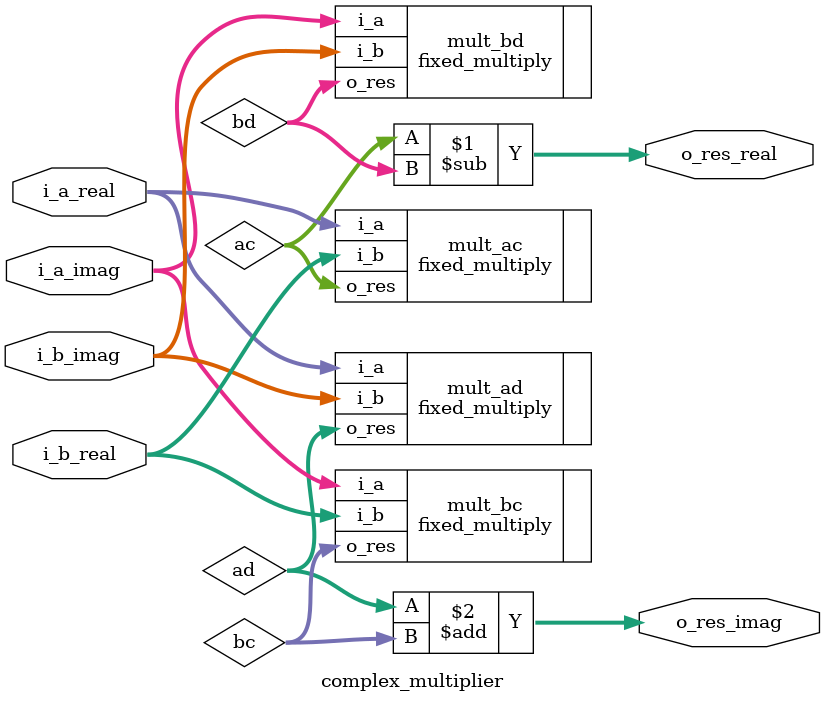
<source format=sv>
module complex_multiplier #(
    parameter fractional_size = 12,
    parameter operand_size = 16,
    parameter expansion_size = operand_size
) (
    input  logic signed [operand_size-1:0] i_a_real,  // Real part of first complex number
    input  logic signed [operand_size-1:0] i_a_imag,  // Imaginary part of first complex number
    input  logic signed [operand_size-1:0] i_b_real,  // Real part of second complex number
    input  logic signed [operand_size-1:0] i_b_imag,  // Imaginary part of second complex number
    output logic signed [operand_size+expansion_size-1:0] o_res_real, // Real part of result
    output logic signed [operand_size+expansion_size-1:0] o_res_imag  // Imaginary part of result
);

    // Intermediate products
    logic signed [operand_size+expansion_size-1:0] ac, bd, ad, bc;
    
    // Instantiate fixed_multiply modules for each multiplication needed
    fixed_multiply #(
        .fractional_size(fractional_size),
        .operand_size(operand_size),
        .expansion_size(expansion_size)
    ) mult_ac (
        .i_a(i_a_real),
        .i_b(i_b_real),
        .o_res(ac)
    );
    
    fixed_multiply #(
        .fractional_size(fractional_size),
        .operand_size(operand_size),
        .expansion_size(expansion_size)
    ) mult_bd (
        .i_a(i_a_imag),
        .i_b(i_b_imag),
        .o_res(bd)
    );
    
    fixed_multiply #(
        .fractional_size(fractional_size),
        .operand_size(operand_size),
        .expansion_size(expansion_size)
    ) mult_ad (
        .i_a(i_a_real),
        .i_b(i_b_imag),
        .o_res(ad)
    );
    
    fixed_multiply #(
        .fractional_size(fractional_size),
        .operand_size(operand_size),
        .expansion_size(expansion_size)
    ) mult_bc (
        .i_a(i_a_imag),
        .i_b(i_b_real),
        .o_res(bc)
    );
    
    // Calculate real and imaginary parts of the result
    // Real part: (a_real * b_real) - (a_imag * b_imag)
    assign o_res_real = ac - bd;
    
    // Imaginary part: (a_real * b_imag) + (a_imag * b_real)
    assign o_res_imag = ad + bc;

endmodule
</source>
